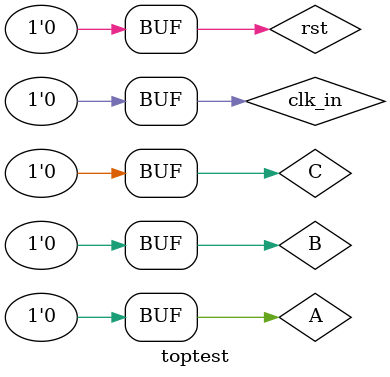
<source format=v>
`timescale 1ns / 1ps


module toptest;

	// Inputs
	reg A;
	reg B;
	reg C;
	reg clk_in;
	reg rst;

	// Outputs
	wire AN0;
	wire AN1;
	wire AN2;
	wire AN3;
	wire [6:0] LEDout;

	// Instantiate the Unit Under Test (UUT)
	Top uut (
		.A(A), 
		.B(B), 
		.C(C), 
		.clk_in(clk_in), 
		.rst(rst), 
		.AN0(AN0), 
		.AN1(AN1), 
		.AN2(AN2), 
		.AN3(AN3), 
		.LEDout(LEDout)
	);

	initial begin
		// Initialize Inputs
		A = 0;
		B = 0;
		C = 0;
		clk_in = 0;
		rst = 0;

		// Wait 100 ns for global reset to finish
		#100;
        
		// Add stimulus here

	end
      
endmodule


</source>
